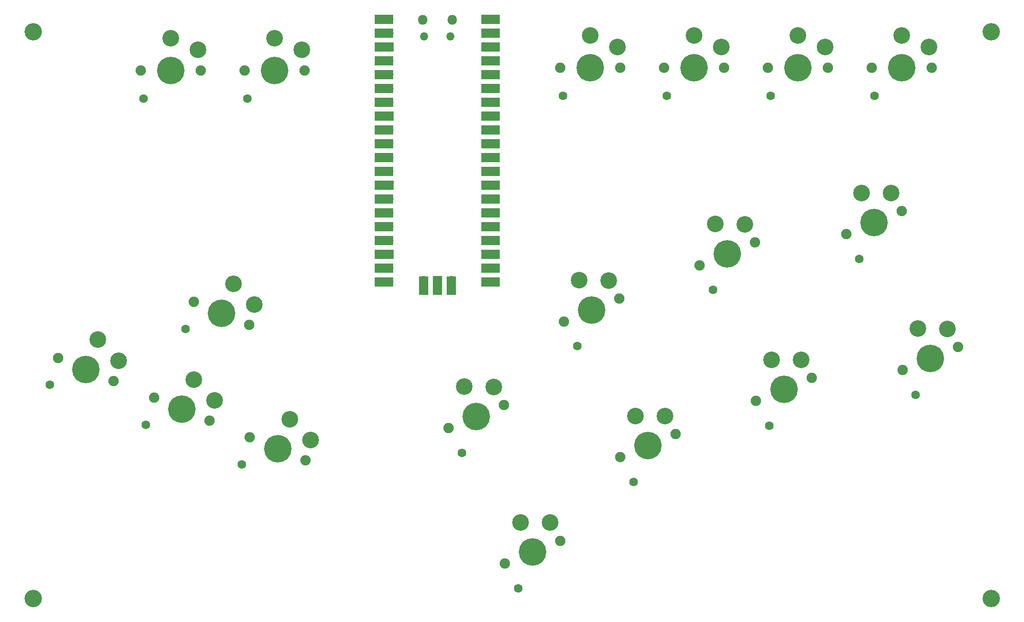
<source format=gbr>
%TF.GenerationSoftware,KiCad,Pcbnew,7.0.5*%
%TF.CreationDate,2023-08-11T22:31:08-05:00*%
%TF.ProjectId,ArkeyV2,41726b65-7956-4322-9e6b-696361645f70,rev?*%
%TF.SameCoordinates,Original*%
%TF.FileFunction,Soldermask,Top*%
%TF.FilePolarity,Negative*%
%FSLAX46Y46*%
G04 Gerber Fmt 4.6, Leading zero omitted, Abs format (unit mm)*
G04 Created by KiCad (PCBNEW 7.0.5) date 2023-08-11 22:31:08*
%MOMM*%
%LPD*%
G01*
G04 APERTURE LIST*
%ADD10C,1.900000*%
%ADD11C,1.600000*%
%ADD12C,3.050000*%
%ADD13C,5.050000*%
%ADD14C,3.200000*%
%ADD15O,1.800000X1.800000*%
%ADD16O,1.500000X1.500000*%
%ADD17O,1.700000X1.700000*%
%ADD18R,3.500000X1.700000*%
%ADD19R,1.700000X1.700000*%
%ADD20R,1.700000X3.500000*%
G04 APERTURE END LIST*
D10*
%TO.C,GP14*%
X155168501Y-128218274D03*
D11*
X157601260Y-132784912D03*
D12*
X157992006Y-120662626D03*
D13*
X160249838Y-126113515D03*
D12*
X163415039Y-120689356D03*
D10*
X165331175Y-124008756D03*
%TD*%
%TO.C,GP1*%
X107364000Y-37592000D03*
D11*
X107864000Y-42742000D03*
D12*
X112864000Y-31692000D03*
D13*
X112864000Y-37592000D03*
D12*
X117864000Y-33792000D03*
D10*
X118364000Y-37592000D03*
%TD*%
%TO.C,GP13*%
X118513786Y-109218024D03*
D12*
X119506044Y-105515940D03*
D13*
X113432449Y-107113265D03*
D12*
X115690281Y-101662376D03*
D11*
X106842232Y-109957827D03*
D10*
X108351112Y-105008506D03*
%TD*%
%TO.C,GP15*%
X144836049Y-103273526D03*
D11*
X147268808Y-107840164D03*
D12*
X147659554Y-95717878D03*
D13*
X149917386Y-101168767D03*
D12*
X153082587Y-95744608D03*
D10*
X154998723Y-99064008D03*
%TD*%
%TO.C,GP18*%
X201231162Y-98314573D03*
D11*
X203663921Y-102881211D03*
D12*
X204054667Y-90758925D03*
D13*
X206312499Y-96209814D03*
D12*
X209477700Y-90785655D03*
D10*
X211393836Y-94105055D03*
%TD*%
%TO.C,GP28*%
X165276000Y-37084000D03*
D11*
X165776000Y-42234000D03*
D12*
X170776000Y-31184000D03*
D13*
X170776000Y-37084000D03*
D12*
X175776000Y-33284000D03*
D10*
X176276000Y-37084000D03*
%TD*%
%TO.C,GP22*%
X222426000Y-37084000D03*
D11*
X222926000Y-42234000D03*
D12*
X227926000Y-31184000D03*
D13*
X227926000Y-37084000D03*
D12*
X232926000Y-33284000D03*
D10*
X233426000Y-37084000D03*
%TD*%
D14*
%TO.C,REF\u002A\u002A*%
X68580000Y-134620000D03*
%TD*%
D10*
%TO.C,GP17*%
X165953962Y-83702278D03*
D11*
X168386721Y-88268916D03*
D12*
X168777467Y-76146630D03*
D13*
X171035299Y-81597519D03*
D12*
X174200500Y-76173360D03*
D10*
X176116636Y-79492760D03*
%TD*%
D14*
%TO.C,REF\u002A\u002A*%
X244348000Y-30480000D03*
%TD*%
%TO.C,REF\u002A\u002A*%
X244348000Y-134620000D03*
%TD*%
D10*
%TO.C,GP12*%
X100913881Y-101927904D03*
D12*
X101906139Y-98225820D03*
D13*
X95832544Y-99823145D03*
D12*
X98090376Y-94372256D03*
D11*
X89242327Y-102667707D03*
D10*
X90751207Y-97718386D03*
%TD*%
%TO.C,GP27*%
X184326000Y-37084000D03*
D11*
X184826000Y-42234000D03*
D12*
X189826000Y-31184000D03*
D13*
X189826000Y-37084000D03*
D12*
X194826000Y-33284000D03*
D10*
X195326000Y-37084000D03*
%TD*%
%TO.C,GP21*%
X228089326Y-92601518D03*
D11*
X230522085Y-97168156D03*
D12*
X230912831Y-85045870D03*
D13*
X233170663Y-90496759D03*
D12*
X236335864Y-85072600D03*
D10*
X238252000Y-88392000D03*
%TD*%
%TO.C,GP10*%
X73151302Y-90428267D03*
D11*
X71642422Y-95377588D03*
D12*
X80490471Y-87082137D03*
D13*
X78232639Y-92533026D03*
D12*
X84306234Y-90935701D03*
D10*
X83313976Y-94637785D03*
%TD*%
%TO.C,GP26*%
X203376000Y-37084000D03*
D11*
X203876000Y-42234000D03*
D12*
X208876000Y-31184000D03*
D13*
X208876000Y-37084000D03*
D12*
X213876000Y-33284000D03*
D10*
X214376000Y-37084000D03*
%TD*%
%TO.C,GP11*%
X108204000Y-84328000D03*
D12*
X109196258Y-80625916D03*
D13*
X103122663Y-82223241D03*
D12*
X105380495Y-76772352D03*
D11*
X96532446Y-85067803D03*
D10*
X98041326Y-80118482D03*
%TD*%
D14*
%TO.C,REF\u002A\u002A*%
X68580000Y-30480000D03*
%TD*%
D10*
%TO.C,GP16*%
X176286414Y-108647026D03*
D11*
X178719173Y-113213664D03*
D12*
X179109919Y-101091378D03*
D13*
X181367751Y-106542267D03*
D12*
X184532952Y-101118108D03*
D10*
X186449088Y-104437508D03*
%TD*%
D15*
%TO.C,REF\u002A\u002A*%
X140023000Y-28324000D03*
D16*
X140323000Y-31354000D03*
X145173000Y-31354000D03*
D15*
X145473000Y-28324000D03*
D17*
X133858000Y-28194000D03*
D18*
X132958000Y-28194000D03*
D17*
X133858000Y-30734000D03*
D18*
X132958000Y-30734000D03*
D19*
X133858000Y-33274000D03*
D18*
X132958000Y-33274000D03*
D17*
X133858000Y-35814000D03*
D18*
X132958000Y-35814000D03*
D17*
X133858000Y-38354000D03*
D18*
X132958000Y-38354000D03*
D17*
X133858000Y-40894000D03*
D18*
X132958000Y-40894000D03*
D17*
X133858000Y-43434000D03*
D18*
X132958000Y-43434000D03*
D19*
X133858000Y-45974000D03*
D18*
X132958000Y-45974000D03*
D17*
X133858000Y-48514000D03*
D18*
X132958000Y-48514000D03*
D17*
X133858000Y-51054000D03*
D18*
X132958000Y-51054000D03*
D17*
X133858000Y-53594000D03*
D18*
X132958000Y-53594000D03*
D17*
X133858000Y-56134000D03*
D18*
X132958000Y-56134000D03*
D19*
X133858000Y-58674000D03*
D18*
X132958000Y-58674000D03*
D17*
X133858000Y-61214000D03*
D18*
X132958000Y-61214000D03*
D17*
X133858000Y-63754000D03*
D18*
X132958000Y-63754000D03*
D17*
X133858000Y-66294000D03*
D18*
X132958000Y-66294000D03*
D17*
X133858000Y-68834000D03*
D18*
X132958000Y-68834000D03*
D19*
X133858000Y-71374000D03*
D18*
X132958000Y-71374000D03*
D17*
X133858000Y-73914000D03*
D18*
X132958000Y-73914000D03*
D17*
X133858000Y-76454000D03*
D18*
X132958000Y-76454000D03*
D17*
X151638000Y-76454000D03*
D18*
X152538000Y-76454000D03*
D17*
X151638000Y-73914000D03*
D18*
X152538000Y-73914000D03*
D19*
X151638000Y-71374000D03*
D18*
X152538000Y-71374000D03*
D17*
X151638000Y-68834000D03*
D18*
X152538000Y-68834000D03*
D17*
X151638000Y-66294000D03*
D18*
X152538000Y-66294000D03*
D17*
X151638000Y-63754000D03*
D18*
X152538000Y-63754000D03*
D17*
X151638000Y-61214000D03*
D18*
X152538000Y-61214000D03*
D19*
X151638000Y-58674000D03*
D18*
X152538000Y-58674000D03*
D17*
X151638000Y-56134000D03*
D18*
X152538000Y-56134000D03*
D17*
X151638000Y-53594000D03*
D18*
X152538000Y-53594000D03*
D17*
X151638000Y-51054000D03*
D18*
X152538000Y-51054000D03*
D17*
X151638000Y-48514000D03*
D18*
X152538000Y-48514000D03*
D19*
X151638000Y-45974000D03*
D18*
X152538000Y-45974000D03*
D17*
X151638000Y-43434000D03*
D18*
X152538000Y-43434000D03*
D17*
X151638000Y-40894000D03*
D18*
X152538000Y-40894000D03*
D17*
X151638000Y-38354000D03*
D18*
X152538000Y-38354000D03*
D17*
X151638000Y-35814000D03*
D18*
X152538000Y-35814000D03*
D19*
X151638000Y-33274000D03*
D18*
X152538000Y-33274000D03*
D17*
X151638000Y-30734000D03*
D18*
X152538000Y-30734000D03*
D17*
X151638000Y-28194000D03*
D18*
X152538000Y-28194000D03*
D17*
X140208000Y-76224000D03*
D20*
X140208000Y-77124000D03*
D19*
X142748000Y-76224000D03*
D20*
X142748000Y-77124000D03*
D17*
X145288000Y-76224000D03*
D20*
X145288000Y-77124000D03*
%TD*%
D10*
%TO.C,GP0*%
X88314000Y-37592000D03*
D11*
X88814000Y-42742000D03*
D12*
X93814000Y-31692000D03*
D13*
X93814000Y-37592000D03*
D12*
X98814000Y-33792000D03*
D10*
X99314000Y-37592000D03*
%TD*%
%TO.C,GP20*%
X217756873Y-67656770D03*
D11*
X220189632Y-72223408D03*
D12*
X220580378Y-60101122D03*
D13*
X222838210Y-65552011D03*
D12*
X226003411Y-60127852D03*
D10*
X227919547Y-63447252D03*
%TD*%
%TO.C,GP19*%
X190898709Y-73369825D03*
D11*
X193331468Y-77936463D03*
D12*
X193722214Y-65814177D03*
D13*
X195980046Y-71265066D03*
D12*
X199145247Y-65840907D03*
D10*
X201061383Y-69160307D03*
%TD*%
M02*

</source>
